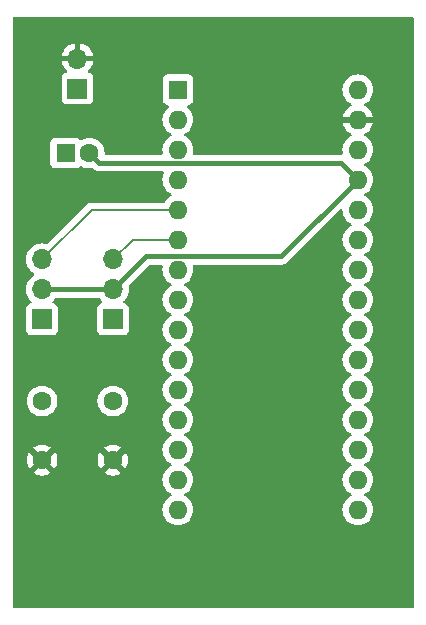
<source format=gtl>
G04 #@! TF.GenerationSoftware,KiCad,Pcbnew,8.0.4*
G04 #@! TF.CreationDate,2024-10-22T19:27:37-07:00*
G04 #@! TF.ProjectId,Valve,56616c76-652e-46b6-9963-61645f706362,rev?*
G04 #@! TF.SameCoordinates,Original*
G04 #@! TF.FileFunction,Copper,L1,Top*
G04 #@! TF.FilePolarity,Positive*
%FSLAX46Y46*%
G04 Gerber Fmt 4.6, Leading zero omitted, Abs format (unit mm)*
G04 Created by KiCad (PCBNEW 8.0.4) date 2024-10-22 19:27:37*
%MOMM*%
%LPD*%
G01*
G04 APERTURE LIST*
G04 #@! TA.AperFunction,ComponentPad*
%ADD10R,1.700000X1.700000*%
G04 #@! TD*
G04 #@! TA.AperFunction,ComponentPad*
%ADD11O,1.700000X1.700000*%
G04 #@! TD*
G04 #@! TA.AperFunction,ComponentPad*
%ADD12C,1.600000*%
G04 #@! TD*
G04 #@! TA.AperFunction,ComponentPad*
%ADD13R,1.600000X1.600000*%
G04 #@! TD*
G04 #@! TA.AperFunction,ComponentPad*
%ADD14O,1.600000X1.600000*%
G04 #@! TD*
G04 #@! TA.AperFunction,Conductor*
%ADD15C,0.400000*%
G04 #@! TD*
G04 #@! TA.AperFunction,Conductor*
%ADD16C,0.200000*%
G04 #@! TD*
G04 APERTURE END LIST*
D10*
X129000000Y-101080000D03*
D11*
X129000000Y-98540000D03*
X129000000Y-96000000D03*
D12*
X135000000Y-108000000D03*
X135000000Y-113000000D03*
D13*
X131000000Y-87000000D03*
D12*
X133000000Y-87000000D03*
X129000000Y-108000000D03*
X129000000Y-113000000D03*
D10*
X135000000Y-101080000D03*
D11*
X135000000Y-98540000D03*
X135000000Y-96000000D03*
D14*
X155740000Y-81640000D03*
X155740000Y-84180000D03*
X155740000Y-86720000D03*
X155740000Y-89260000D03*
X155740000Y-91800000D03*
X155740000Y-94340000D03*
X155740000Y-96880000D03*
X155740000Y-99420000D03*
X155740000Y-101960000D03*
X155740000Y-104500000D03*
X155740000Y-107040000D03*
X155740000Y-109580000D03*
X155740000Y-112120000D03*
X155740000Y-114660000D03*
X155740000Y-117200000D03*
X140500000Y-117200000D03*
X140500000Y-114660000D03*
X140500000Y-112120000D03*
X140500000Y-109580000D03*
X140500000Y-107040000D03*
X140500000Y-104500000D03*
X140500000Y-101960000D03*
X140500000Y-99420000D03*
X140500000Y-96880000D03*
X140500000Y-94340000D03*
X140500000Y-91800000D03*
X140500000Y-89260000D03*
X140500000Y-86720000D03*
X140500000Y-84180000D03*
D13*
X140500000Y-81640000D03*
D10*
X132000000Y-81540000D03*
D11*
X132000000Y-79000000D03*
D15*
X133000000Y-87000000D02*
X133847000Y-87847000D01*
X133847000Y-87847000D02*
X154327000Y-87847000D01*
X154327000Y-87847000D02*
X155740000Y-89260000D01*
X155740000Y-89260000D02*
X149247000Y-95753000D01*
X149247000Y-95753000D02*
X137787000Y-95753000D01*
X137787000Y-95753000D02*
X135000000Y-98540000D01*
D16*
X129000000Y-96000000D02*
X133200000Y-91800000D01*
X133200000Y-91800000D02*
X140500000Y-91800000D01*
X135000000Y-96000000D02*
X136660000Y-94340000D01*
X136660000Y-94340000D02*
X140500000Y-94340000D01*
D15*
X129000000Y-98540000D02*
X135000000Y-98540000D01*
G04 #@! TA.AperFunction,Conductor*
G36*
X160442539Y-75520185D02*
G01*
X160488294Y-75572989D01*
X160499500Y-75624500D01*
X160499500Y-125375500D01*
X160479815Y-125442539D01*
X160427011Y-125488294D01*
X160375500Y-125499500D01*
X126624500Y-125499500D01*
X126557461Y-125479815D01*
X126511706Y-125427011D01*
X126500500Y-125375500D01*
X126500500Y-112999997D01*
X127695034Y-112999997D01*
X127695034Y-113000002D01*
X127714858Y-113226599D01*
X127714860Y-113226610D01*
X127773730Y-113446317D01*
X127773735Y-113446331D01*
X127869863Y-113652478D01*
X127920974Y-113725472D01*
X128600000Y-113046446D01*
X128600000Y-113052661D01*
X128627259Y-113154394D01*
X128679920Y-113245606D01*
X128754394Y-113320080D01*
X128845606Y-113372741D01*
X128947339Y-113400000D01*
X128953553Y-113400000D01*
X128274526Y-114079025D01*
X128347513Y-114130132D01*
X128347521Y-114130136D01*
X128553668Y-114226264D01*
X128553682Y-114226269D01*
X128773389Y-114285139D01*
X128773400Y-114285141D01*
X128999998Y-114304966D01*
X129000002Y-114304966D01*
X129226599Y-114285141D01*
X129226610Y-114285139D01*
X129446317Y-114226269D01*
X129446331Y-114226264D01*
X129652478Y-114130136D01*
X129725471Y-114079024D01*
X129046447Y-113400000D01*
X129052661Y-113400000D01*
X129154394Y-113372741D01*
X129245606Y-113320080D01*
X129320080Y-113245606D01*
X129372741Y-113154394D01*
X129400000Y-113052661D01*
X129400000Y-113046447D01*
X130079024Y-113725471D01*
X130130136Y-113652478D01*
X130226264Y-113446331D01*
X130226269Y-113446317D01*
X130285139Y-113226610D01*
X130285141Y-113226599D01*
X130304966Y-113000002D01*
X130304966Y-112999997D01*
X133695034Y-112999997D01*
X133695034Y-113000002D01*
X133714858Y-113226599D01*
X133714860Y-113226610D01*
X133773730Y-113446317D01*
X133773735Y-113446331D01*
X133869863Y-113652478D01*
X133920974Y-113725472D01*
X134600000Y-113046446D01*
X134600000Y-113052661D01*
X134627259Y-113154394D01*
X134679920Y-113245606D01*
X134754394Y-113320080D01*
X134845606Y-113372741D01*
X134947339Y-113400000D01*
X134953553Y-113400000D01*
X134274526Y-114079025D01*
X134347513Y-114130132D01*
X134347521Y-114130136D01*
X134553668Y-114226264D01*
X134553682Y-114226269D01*
X134773389Y-114285139D01*
X134773400Y-114285141D01*
X134999998Y-114304966D01*
X135000002Y-114304966D01*
X135226599Y-114285141D01*
X135226610Y-114285139D01*
X135446317Y-114226269D01*
X135446331Y-114226264D01*
X135652478Y-114130136D01*
X135725471Y-114079024D01*
X135046447Y-113400000D01*
X135052661Y-113400000D01*
X135154394Y-113372741D01*
X135245606Y-113320080D01*
X135320080Y-113245606D01*
X135372741Y-113154394D01*
X135400000Y-113052661D01*
X135400000Y-113046447D01*
X136079024Y-113725471D01*
X136130136Y-113652478D01*
X136226264Y-113446331D01*
X136226269Y-113446317D01*
X136285139Y-113226610D01*
X136285141Y-113226599D01*
X136304966Y-113000002D01*
X136304966Y-112999997D01*
X136285141Y-112773400D01*
X136285139Y-112773389D01*
X136226269Y-112553682D01*
X136226264Y-112553668D01*
X136130136Y-112347521D01*
X136130132Y-112347513D01*
X136079025Y-112274526D01*
X135400000Y-112953551D01*
X135400000Y-112947339D01*
X135372741Y-112845606D01*
X135320080Y-112754394D01*
X135245606Y-112679920D01*
X135154394Y-112627259D01*
X135052661Y-112600000D01*
X135046448Y-112600000D01*
X135725472Y-111920974D01*
X135652478Y-111869863D01*
X135446331Y-111773735D01*
X135446317Y-111773730D01*
X135226610Y-111714860D01*
X135226599Y-111714858D01*
X135000002Y-111695034D01*
X134999998Y-111695034D01*
X134773400Y-111714858D01*
X134773389Y-111714860D01*
X134553682Y-111773730D01*
X134553673Y-111773734D01*
X134347516Y-111869866D01*
X134347512Y-111869868D01*
X134274526Y-111920973D01*
X134274526Y-111920974D01*
X134953553Y-112600000D01*
X134947339Y-112600000D01*
X134845606Y-112627259D01*
X134754394Y-112679920D01*
X134679920Y-112754394D01*
X134627259Y-112845606D01*
X134600000Y-112947339D01*
X134600000Y-112953552D01*
X133920974Y-112274526D01*
X133920973Y-112274526D01*
X133869868Y-112347512D01*
X133869866Y-112347516D01*
X133773734Y-112553673D01*
X133773730Y-112553682D01*
X133714860Y-112773389D01*
X133714858Y-112773400D01*
X133695034Y-112999997D01*
X130304966Y-112999997D01*
X130285141Y-112773400D01*
X130285139Y-112773389D01*
X130226269Y-112553682D01*
X130226264Y-112553668D01*
X130130136Y-112347521D01*
X130130132Y-112347513D01*
X130079025Y-112274526D01*
X129400000Y-112953551D01*
X129400000Y-112947339D01*
X129372741Y-112845606D01*
X129320080Y-112754394D01*
X129245606Y-112679920D01*
X129154394Y-112627259D01*
X129052661Y-112600000D01*
X129046448Y-112600000D01*
X129725472Y-111920974D01*
X129652478Y-111869863D01*
X129446331Y-111773735D01*
X129446317Y-111773730D01*
X129226610Y-111714860D01*
X129226599Y-111714858D01*
X129000002Y-111695034D01*
X128999998Y-111695034D01*
X128773400Y-111714858D01*
X128773389Y-111714860D01*
X128553682Y-111773730D01*
X128553673Y-111773734D01*
X128347516Y-111869866D01*
X128347512Y-111869868D01*
X128274526Y-111920973D01*
X128274526Y-111920974D01*
X128953553Y-112600000D01*
X128947339Y-112600000D01*
X128845606Y-112627259D01*
X128754394Y-112679920D01*
X128679920Y-112754394D01*
X128627259Y-112845606D01*
X128600000Y-112947339D01*
X128600000Y-112953552D01*
X127920974Y-112274526D01*
X127920973Y-112274526D01*
X127869868Y-112347512D01*
X127869866Y-112347516D01*
X127773734Y-112553673D01*
X127773730Y-112553682D01*
X127714860Y-112773389D01*
X127714858Y-112773400D01*
X127695034Y-112999997D01*
X126500500Y-112999997D01*
X126500500Y-107999998D01*
X127694532Y-107999998D01*
X127694532Y-108000001D01*
X127714364Y-108226686D01*
X127714366Y-108226697D01*
X127773258Y-108446488D01*
X127773261Y-108446497D01*
X127869431Y-108652732D01*
X127869432Y-108652734D01*
X127999954Y-108839141D01*
X128160858Y-109000045D01*
X128160861Y-109000047D01*
X128347266Y-109130568D01*
X128553504Y-109226739D01*
X128773308Y-109285635D01*
X128935230Y-109299801D01*
X128999998Y-109305468D01*
X129000000Y-109305468D01*
X129000002Y-109305468D01*
X129056673Y-109300509D01*
X129226692Y-109285635D01*
X129446496Y-109226739D01*
X129652734Y-109130568D01*
X129839139Y-109000047D01*
X130000047Y-108839139D01*
X130130568Y-108652734D01*
X130226739Y-108446496D01*
X130285635Y-108226692D01*
X130305468Y-108000000D01*
X130305468Y-107999998D01*
X133694532Y-107999998D01*
X133694532Y-108000001D01*
X133714364Y-108226686D01*
X133714366Y-108226697D01*
X133773258Y-108446488D01*
X133773261Y-108446497D01*
X133869431Y-108652732D01*
X133869432Y-108652734D01*
X133999954Y-108839141D01*
X134160858Y-109000045D01*
X134160861Y-109000047D01*
X134347266Y-109130568D01*
X134553504Y-109226739D01*
X134773308Y-109285635D01*
X134935230Y-109299801D01*
X134999998Y-109305468D01*
X135000000Y-109305468D01*
X135000002Y-109305468D01*
X135056673Y-109300509D01*
X135226692Y-109285635D01*
X135446496Y-109226739D01*
X135652734Y-109130568D01*
X135839139Y-109000047D01*
X136000047Y-108839139D01*
X136130568Y-108652734D01*
X136226739Y-108446496D01*
X136285635Y-108226692D01*
X136305468Y-108000000D01*
X136285635Y-107773308D01*
X136226739Y-107553504D01*
X136130568Y-107347266D01*
X136000047Y-107160861D01*
X136000045Y-107160858D01*
X135839141Y-106999954D01*
X135652734Y-106869432D01*
X135652732Y-106869431D01*
X135446497Y-106773261D01*
X135446488Y-106773258D01*
X135226697Y-106714366D01*
X135226693Y-106714365D01*
X135226692Y-106714365D01*
X135226691Y-106714364D01*
X135226686Y-106714364D01*
X135000002Y-106694532D01*
X134999998Y-106694532D01*
X134773313Y-106714364D01*
X134773302Y-106714366D01*
X134553511Y-106773258D01*
X134553502Y-106773261D01*
X134347267Y-106869431D01*
X134347265Y-106869432D01*
X134160858Y-106999954D01*
X133999954Y-107160858D01*
X133869432Y-107347265D01*
X133869431Y-107347267D01*
X133773261Y-107553502D01*
X133773258Y-107553511D01*
X133714366Y-107773302D01*
X133714364Y-107773313D01*
X133694532Y-107999998D01*
X130305468Y-107999998D01*
X130285635Y-107773308D01*
X130226739Y-107553504D01*
X130130568Y-107347266D01*
X130000047Y-107160861D01*
X130000045Y-107160858D01*
X129839141Y-106999954D01*
X129652734Y-106869432D01*
X129652732Y-106869431D01*
X129446497Y-106773261D01*
X129446488Y-106773258D01*
X129226697Y-106714366D01*
X129226693Y-106714365D01*
X129226692Y-106714365D01*
X129226691Y-106714364D01*
X129226686Y-106714364D01*
X129000002Y-106694532D01*
X128999998Y-106694532D01*
X128773313Y-106714364D01*
X128773302Y-106714366D01*
X128553511Y-106773258D01*
X128553502Y-106773261D01*
X128347267Y-106869431D01*
X128347265Y-106869432D01*
X128160858Y-106999954D01*
X127999954Y-107160858D01*
X127869432Y-107347265D01*
X127869431Y-107347267D01*
X127773261Y-107553502D01*
X127773258Y-107553511D01*
X127714366Y-107773302D01*
X127714364Y-107773313D01*
X127694532Y-107999998D01*
X126500500Y-107999998D01*
X126500500Y-95999999D01*
X127644341Y-95999999D01*
X127644341Y-96000000D01*
X127664936Y-96235403D01*
X127664938Y-96235413D01*
X127726094Y-96463655D01*
X127726096Y-96463659D01*
X127726097Y-96463663D01*
X127761574Y-96539743D01*
X127825965Y-96677830D01*
X127825967Y-96677834D01*
X127961501Y-96871395D01*
X127961506Y-96871402D01*
X128128597Y-97038493D01*
X128128603Y-97038498D01*
X128314158Y-97168425D01*
X128357783Y-97223002D01*
X128364977Y-97292500D01*
X128333454Y-97354855D01*
X128314158Y-97371575D01*
X128128597Y-97501505D01*
X127961505Y-97668597D01*
X127825965Y-97862169D01*
X127825964Y-97862171D01*
X127726098Y-98076335D01*
X127726094Y-98076344D01*
X127664938Y-98304586D01*
X127664936Y-98304596D01*
X127644341Y-98539999D01*
X127644341Y-98540000D01*
X127664936Y-98775403D01*
X127664938Y-98775413D01*
X127726094Y-99003655D01*
X127726096Y-99003659D01*
X127726097Y-99003663D01*
X127814527Y-99193302D01*
X127825965Y-99217830D01*
X127825967Y-99217834D01*
X127934281Y-99372521D01*
X127961501Y-99411396D01*
X127961506Y-99411402D01*
X128083430Y-99533326D01*
X128116915Y-99594649D01*
X128111931Y-99664341D01*
X128070059Y-99720274D01*
X128039083Y-99737189D01*
X127907669Y-99786203D01*
X127907664Y-99786206D01*
X127792455Y-99872452D01*
X127792452Y-99872455D01*
X127706206Y-99987664D01*
X127706202Y-99987671D01*
X127655908Y-100122517D01*
X127649501Y-100182116D01*
X127649501Y-100182123D01*
X127649500Y-100182135D01*
X127649500Y-101977870D01*
X127649501Y-101977876D01*
X127655908Y-102037483D01*
X127706202Y-102172328D01*
X127706206Y-102172335D01*
X127792452Y-102287544D01*
X127792455Y-102287547D01*
X127907664Y-102373793D01*
X127907671Y-102373797D01*
X128042517Y-102424091D01*
X128042516Y-102424091D01*
X128049444Y-102424835D01*
X128102127Y-102430500D01*
X129897872Y-102430499D01*
X129957483Y-102424091D01*
X130092331Y-102373796D01*
X130207546Y-102287546D01*
X130293796Y-102172331D01*
X130344091Y-102037483D01*
X130350500Y-101977873D01*
X130350499Y-100182128D01*
X130344091Y-100122517D01*
X130325522Y-100072732D01*
X130293797Y-99987671D01*
X130293793Y-99987664D01*
X130207547Y-99872455D01*
X130207544Y-99872452D01*
X130092335Y-99786206D01*
X130092328Y-99786202D01*
X129960917Y-99737189D01*
X129904983Y-99695318D01*
X129880566Y-99629853D01*
X129895418Y-99561580D01*
X129916563Y-99533332D01*
X130038495Y-99411401D01*
X130121136Y-99293376D01*
X130175713Y-99249752D01*
X130222711Y-99240500D01*
X133777289Y-99240500D01*
X133844328Y-99260185D01*
X133878864Y-99293377D01*
X133961503Y-99411399D01*
X133961504Y-99411400D01*
X133961505Y-99411401D01*
X134083431Y-99533327D01*
X134116915Y-99594648D01*
X134111931Y-99664340D01*
X134070060Y-99720274D01*
X134039083Y-99737189D01*
X133907669Y-99786203D01*
X133907664Y-99786206D01*
X133792455Y-99872452D01*
X133792452Y-99872455D01*
X133706206Y-99987664D01*
X133706202Y-99987671D01*
X133655908Y-100122517D01*
X133649501Y-100182116D01*
X133649501Y-100182123D01*
X133649500Y-100182135D01*
X133649500Y-101977870D01*
X133649501Y-101977876D01*
X133655908Y-102037483D01*
X133706202Y-102172328D01*
X133706206Y-102172335D01*
X133792452Y-102287544D01*
X133792455Y-102287547D01*
X133907664Y-102373793D01*
X133907671Y-102373797D01*
X134042517Y-102424091D01*
X134042516Y-102424091D01*
X134049444Y-102424835D01*
X134102127Y-102430500D01*
X135897872Y-102430499D01*
X135957483Y-102424091D01*
X136092331Y-102373796D01*
X136207546Y-102287546D01*
X136293796Y-102172331D01*
X136344091Y-102037483D01*
X136350500Y-101977873D01*
X136350499Y-100182128D01*
X136344091Y-100122517D01*
X136325522Y-100072732D01*
X136293797Y-99987671D01*
X136293793Y-99987664D01*
X136207547Y-99872455D01*
X136207544Y-99872452D01*
X136092335Y-99786206D01*
X136092328Y-99786202D01*
X135960917Y-99737189D01*
X135904983Y-99695318D01*
X135880566Y-99629853D01*
X135895418Y-99561580D01*
X135916563Y-99533332D01*
X136038495Y-99411401D01*
X136174035Y-99217830D01*
X136273903Y-99003663D01*
X136335063Y-98775408D01*
X136355659Y-98540000D01*
X136335063Y-98304592D01*
X136330558Y-98287779D01*
X136332219Y-98217932D01*
X136362649Y-98168006D01*
X138040838Y-96489819D01*
X138102161Y-96456334D01*
X138128519Y-96453500D01*
X139106303Y-96453500D01*
X139173342Y-96473185D01*
X139219097Y-96525989D01*
X139229041Y-96595147D01*
X139226078Y-96609592D01*
X139214367Y-96653299D01*
X139214364Y-96653313D01*
X139194532Y-96879998D01*
X139194532Y-96880001D01*
X139214364Y-97106686D01*
X139214366Y-97106697D01*
X139273258Y-97326488D01*
X139273261Y-97326497D01*
X139369431Y-97532732D01*
X139369432Y-97532734D01*
X139499954Y-97719141D01*
X139660858Y-97880045D01*
X139660861Y-97880047D01*
X139847266Y-98010568D01*
X139905275Y-98037618D01*
X139957714Y-98083791D01*
X139976866Y-98150984D01*
X139956650Y-98217865D01*
X139905275Y-98262382D01*
X139847267Y-98289431D01*
X139847265Y-98289432D01*
X139660858Y-98419954D01*
X139499954Y-98580858D01*
X139369432Y-98767265D01*
X139369431Y-98767267D01*
X139273261Y-98973502D01*
X139273258Y-98973511D01*
X139214366Y-99193302D01*
X139214364Y-99193313D01*
X139194532Y-99419998D01*
X139194532Y-99420001D01*
X139214364Y-99646686D01*
X139214366Y-99646697D01*
X139273258Y-99866488D01*
X139273261Y-99866497D01*
X139369431Y-100072732D01*
X139369432Y-100072734D01*
X139499954Y-100259141D01*
X139660858Y-100420045D01*
X139660861Y-100420047D01*
X139847266Y-100550568D01*
X139905275Y-100577618D01*
X139957714Y-100623791D01*
X139976866Y-100690984D01*
X139956650Y-100757865D01*
X139905275Y-100802382D01*
X139847267Y-100829431D01*
X139847265Y-100829432D01*
X139660858Y-100959954D01*
X139499954Y-101120858D01*
X139369432Y-101307265D01*
X139369431Y-101307267D01*
X139273261Y-101513502D01*
X139273258Y-101513511D01*
X139214366Y-101733302D01*
X139214364Y-101733313D01*
X139194532Y-101959998D01*
X139194532Y-101960001D01*
X139214364Y-102186686D01*
X139214366Y-102186697D01*
X139273258Y-102406488D01*
X139273261Y-102406497D01*
X139369431Y-102612732D01*
X139369432Y-102612734D01*
X139499954Y-102799141D01*
X139660858Y-102960045D01*
X139660861Y-102960047D01*
X139847266Y-103090568D01*
X139905275Y-103117618D01*
X139957714Y-103163791D01*
X139976866Y-103230984D01*
X139956650Y-103297865D01*
X139905275Y-103342382D01*
X139847267Y-103369431D01*
X139847265Y-103369432D01*
X139660858Y-103499954D01*
X139499954Y-103660858D01*
X139369432Y-103847265D01*
X139369431Y-103847267D01*
X139273261Y-104053502D01*
X139273258Y-104053511D01*
X139214366Y-104273302D01*
X139214364Y-104273313D01*
X139194532Y-104499998D01*
X139194532Y-104500001D01*
X139214364Y-104726686D01*
X139214366Y-104726697D01*
X139273258Y-104946488D01*
X139273261Y-104946497D01*
X139369431Y-105152732D01*
X139369432Y-105152734D01*
X139499954Y-105339141D01*
X139660858Y-105500045D01*
X139660861Y-105500047D01*
X139847266Y-105630568D01*
X139905275Y-105657618D01*
X139957714Y-105703791D01*
X139976866Y-105770984D01*
X139956650Y-105837865D01*
X139905275Y-105882382D01*
X139847267Y-105909431D01*
X139847265Y-105909432D01*
X139660858Y-106039954D01*
X139499954Y-106200858D01*
X139369432Y-106387265D01*
X139369431Y-106387267D01*
X139273261Y-106593502D01*
X139273258Y-106593511D01*
X139214366Y-106813302D01*
X139214364Y-106813313D01*
X139194532Y-107039998D01*
X139194532Y-107040001D01*
X139214364Y-107266686D01*
X139214366Y-107266697D01*
X139273258Y-107486488D01*
X139273261Y-107486497D01*
X139369431Y-107692732D01*
X139369432Y-107692734D01*
X139499954Y-107879141D01*
X139660858Y-108040045D01*
X139660861Y-108040047D01*
X139847266Y-108170568D01*
X139905275Y-108197618D01*
X139957714Y-108243791D01*
X139976866Y-108310984D01*
X139956650Y-108377865D01*
X139905275Y-108422382D01*
X139847267Y-108449431D01*
X139847265Y-108449432D01*
X139660858Y-108579954D01*
X139499954Y-108740858D01*
X139369432Y-108927265D01*
X139369431Y-108927267D01*
X139273261Y-109133502D01*
X139273258Y-109133511D01*
X139214366Y-109353302D01*
X139214364Y-109353313D01*
X139194532Y-109579998D01*
X139194532Y-109580001D01*
X139214364Y-109806686D01*
X139214366Y-109806697D01*
X139273258Y-110026488D01*
X139273261Y-110026497D01*
X139369431Y-110232732D01*
X139369432Y-110232734D01*
X139499954Y-110419141D01*
X139660858Y-110580045D01*
X139660861Y-110580047D01*
X139847266Y-110710568D01*
X139905275Y-110737618D01*
X139957714Y-110783791D01*
X139976866Y-110850984D01*
X139956650Y-110917865D01*
X139905275Y-110962382D01*
X139847267Y-110989431D01*
X139847265Y-110989432D01*
X139660858Y-111119954D01*
X139499954Y-111280858D01*
X139369432Y-111467265D01*
X139369431Y-111467267D01*
X139273261Y-111673502D01*
X139273258Y-111673511D01*
X139214366Y-111893302D01*
X139214364Y-111893313D01*
X139194532Y-112119998D01*
X139194532Y-112120001D01*
X139214364Y-112346686D01*
X139214366Y-112346697D01*
X139273258Y-112566488D01*
X139273261Y-112566497D01*
X139369431Y-112772732D01*
X139369432Y-112772734D01*
X139499954Y-112959141D01*
X139660858Y-113120045D01*
X139660861Y-113120047D01*
X139847266Y-113250568D01*
X139905275Y-113277618D01*
X139957714Y-113323791D01*
X139976866Y-113390984D01*
X139956650Y-113457865D01*
X139905275Y-113502382D01*
X139847267Y-113529431D01*
X139847265Y-113529432D01*
X139660858Y-113659954D01*
X139499954Y-113820858D01*
X139369432Y-114007265D01*
X139369431Y-114007267D01*
X139273261Y-114213502D01*
X139273258Y-114213511D01*
X139214366Y-114433302D01*
X139214364Y-114433313D01*
X139194532Y-114659998D01*
X139194532Y-114660001D01*
X139214364Y-114886686D01*
X139214366Y-114886697D01*
X139273258Y-115106488D01*
X139273261Y-115106497D01*
X139369431Y-115312732D01*
X139369432Y-115312734D01*
X139499954Y-115499141D01*
X139660858Y-115660045D01*
X139660861Y-115660047D01*
X139847266Y-115790568D01*
X139905275Y-115817618D01*
X139957714Y-115863791D01*
X139976866Y-115930984D01*
X139956650Y-115997865D01*
X139905275Y-116042382D01*
X139847267Y-116069431D01*
X139847265Y-116069432D01*
X139660858Y-116199954D01*
X139499954Y-116360858D01*
X139369432Y-116547265D01*
X139369431Y-116547267D01*
X139273261Y-116753502D01*
X139273258Y-116753511D01*
X139214366Y-116973302D01*
X139214364Y-116973313D01*
X139194532Y-117199998D01*
X139194532Y-117200001D01*
X139214364Y-117426686D01*
X139214366Y-117426697D01*
X139273258Y-117646488D01*
X139273261Y-117646497D01*
X139369431Y-117852732D01*
X139369432Y-117852734D01*
X139499954Y-118039141D01*
X139660858Y-118200045D01*
X139660861Y-118200047D01*
X139847266Y-118330568D01*
X140053504Y-118426739D01*
X140273308Y-118485635D01*
X140435230Y-118499801D01*
X140499998Y-118505468D01*
X140500000Y-118505468D01*
X140500002Y-118505468D01*
X140556673Y-118500509D01*
X140726692Y-118485635D01*
X140946496Y-118426739D01*
X141152734Y-118330568D01*
X141339139Y-118200047D01*
X141500047Y-118039139D01*
X141630568Y-117852734D01*
X141726739Y-117646496D01*
X141785635Y-117426692D01*
X141805468Y-117200000D01*
X141785635Y-116973308D01*
X141726739Y-116753504D01*
X141630568Y-116547266D01*
X141500047Y-116360861D01*
X141500045Y-116360858D01*
X141339141Y-116199954D01*
X141152734Y-116069432D01*
X141152728Y-116069429D01*
X141094725Y-116042382D01*
X141042285Y-115996210D01*
X141023133Y-115929017D01*
X141043348Y-115862135D01*
X141094725Y-115817618D01*
X141152734Y-115790568D01*
X141339139Y-115660047D01*
X141500047Y-115499139D01*
X141630568Y-115312734D01*
X141726739Y-115106496D01*
X141785635Y-114886692D01*
X141805468Y-114660000D01*
X141785635Y-114433308D01*
X141726739Y-114213504D01*
X141630568Y-114007266D01*
X141500047Y-113820861D01*
X141500045Y-113820858D01*
X141339141Y-113659954D01*
X141152734Y-113529432D01*
X141152728Y-113529429D01*
X141094725Y-113502382D01*
X141042285Y-113456210D01*
X141023133Y-113389017D01*
X141043348Y-113322135D01*
X141094725Y-113277618D01*
X141152734Y-113250568D01*
X141339139Y-113120047D01*
X141500047Y-112959139D01*
X141630568Y-112772734D01*
X141726739Y-112566496D01*
X141785635Y-112346692D01*
X141805468Y-112120000D01*
X141785635Y-111893308D01*
X141726739Y-111673504D01*
X141630568Y-111467266D01*
X141500047Y-111280861D01*
X141500045Y-111280858D01*
X141339141Y-111119954D01*
X141152734Y-110989432D01*
X141152728Y-110989429D01*
X141094725Y-110962382D01*
X141042285Y-110916210D01*
X141023133Y-110849017D01*
X141043348Y-110782135D01*
X141094725Y-110737618D01*
X141152734Y-110710568D01*
X141339139Y-110580047D01*
X141500047Y-110419139D01*
X141630568Y-110232734D01*
X141726739Y-110026496D01*
X141785635Y-109806692D01*
X141805468Y-109580000D01*
X141785635Y-109353308D01*
X141726739Y-109133504D01*
X141630568Y-108927266D01*
X141500047Y-108740861D01*
X141500045Y-108740858D01*
X141339141Y-108579954D01*
X141152734Y-108449432D01*
X141152728Y-108449429D01*
X141094725Y-108422382D01*
X141042285Y-108376210D01*
X141023133Y-108309017D01*
X141043348Y-108242135D01*
X141094725Y-108197618D01*
X141152734Y-108170568D01*
X141339139Y-108040047D01*
X141500047Y-107879139D01*
X141630568Y-107692734D01*
X141726739Y-107486496D01*
X141785635Y-107266692D01*
X141805468Y-107040000D01*
X141785635Y-106813308D01*
X141726739Y-106593504D01*
X141630568Y-106387266D01*
X141500047Y-106200861D01*
X141500045Y-106200858D01*
X141339141Y-106039954D01*
X141152734Y-105909432D01*
X141152728Y-105909429D01*
X141094725Y-105882382D01*
X141042285Y-105836210D01*
X141023133Y-105769017D01*
X141043348Y-105702135D01*
X141094725Y-105657618D01*
X141152734Y-105630568D01*
X141339139Y-105500047D01*
X141500047Y-105339139D01*
X141630568Y-105152734D01*
X141726739Y-104946496D01*
X141785635Y-104726692D01*
X141805468Y-104500000D01*
X141785635Y-104273308D01*
X141726739Y-104053504D01*
X141630568Y-103847266D01*
X141500047Y-103660861D01*
X141500045Y-103660858D01*
X141339141Y-103499954D01*
X141152734Y-103369432D01*
X141152728Y-103369429D01*
X141094725Y-103342382D01*
X141042285Y-103296210D01*
X141023133Y-103229017D01*
X141043348Y-103162135D01*
X141094725Y-103117618D01*
X141152734Y-103090568D01*
X141339139Y-102960047D01*
X141500047Y-102799139D01*
X141630568Y-102612734D01*
X141726739Y-102406496D01*
X141785635Y-102186692D01*
X141805468Y-101960000D01*
X141785635Y-101733308D01*
X141726739Y-101513504D01*
X141630568Y-101307266D01*
X141500047Y-101120861D01*
X141500045Y-101120858D01*
X141339141Y-100959954D01*
X141152734Y-100829432D01*
X141152728Y-100829429D01*
X141094725Y-100802382D01*
X141042285Y-100756210D01*
X141023133Y-100689017D01*
X141043348Y-100622135D01*
X141094725Y-100577618D01*
X141152734Y-100550568D01*
X141339139Y-100420047D01*
X141500047Y-100259139D01*
X141630568Y-100072734D01*
X141726739Y-99866496D01*
X141785635Y-99646692D01*
X141805468Y-99420000D01*
X141785635Y-99193308D01*
X141726739Y-98973504D01*
X141630568Y-98767266D01*
X141500047Y-98580861D01*
X141500045Y-98580858D01*
X141339141Y-98419954D01*
X141152734Y-98289432D01*
X141152728Y-98289429D01*
X141094725Y-98262382D01*
X141042285Y-98216210D01*
X141023133Y-98149017D01*
X141043348Y-98082135D01*
X141094725Y-98037618D01*
X141152734Y-98010568D01*
X141339139Y-97880047D01*
X141500047Y-97719139D01*
X141630568Y-97532734D01*
X141726739Y-97326496D01*
X141785635Y-97106692D01*
X141805468Y-96880000D01*
X141785635Y-96653308D01*
X141779739Y-96631307D01*
X141773922Y-96609592D01*
X141775585Y-96539743D01*
X141814748Y-96481880D01*
X141878977Y-96454377D01*
X141893697Y-96453500D01*
X149315996Y-96453500D01*
X149416529Y-96433502D01*
X149451328Y-96426580D01*
X149515069Y-96400177D01*
X149578807Y-96373777D01*
X149578808Y-96373776D01*
X149578811Y-96373775D01*
X149693543Y-96297114D01*
X154226881Y-91763774D01*
X154288202Y-91730291D01*
X154357894Y-91735275D01*
X154413827Y-91777147D01*
X154438088Y-91840649D01*
X154454364Y-92026687D01*
X154454366Y-92026697D01*
X154513258Y-92246488D01*
X154513261Y-92246497D01*
X154609431Y-92452732D01*
X154609432Y-92452734D01*
X154739954Y-92639141D01*
X154900858Y-92800045D01*
X154900861Y-92800047D01*
X155087266Y-92930568D01*
X155145275Y-92957618D01*
X155197714Y-93003791D01*
X155216866Y-93070984D01*
X155196650Y-93137865D01*
X155145275Y-93182382D01*
X155087267Y-93209431D01*
X155087265Y-93209432D01*
X154900858Y-93339954D01*
X154739954Y-93500858D01*
X154609432Y-93687265D01*
X154609431Y-93687267D01*
X154513261Y-93893502D01*
X154513258Y-93893511D01*
X154454366Y-94113302D01*
X154454364Y-94113313D01*
X154434532Y-94339998D01*
X154434532Y-94340001D01*
X154454364Y-94566686D01*
X154454366Y-94566697D01*
X154513258Y-94786488D01*
X154513261Y-94786497D01*
X154609431Y-94992732D01*
X154609432Y-94992734D01*
X154739954Y-95179141D01*
X154900858Y-95340045D01*
X154900861Y-95340047D01*
X155087266Y-95470568D01*
X155145275Y-95497618D01*
X155197714Y-95543791D01*
X155216866Y-95610984D01*
X155196650Y-95677865D01*
X155145275Y-95722382D01*
X155087267Y-95749431D01*
X155087265Y-95749432D01*
X154900858Y-95879954D01*
X154739954Y-96040858D01*
X154609432Y-96227265D01*
X154609431Y-96227267D01*
X154513261Y-96433502D01*
X154513258Y-96433511D01*
X154454366Y-96653302D01*
X154454364Y-96653313D01*
X154434532Y-96879998D01*
X154434532Y-96880001D01*
X154454364Y-97106686D01*
X154454366Y-97106697D01*
X154513258Y-97326488D01*
X154513261Y-97326497D01*
X154609431Y-97532732D01*
X154609432Y-97532734D01*
X154739954Y-97719141D01*
X154900858Y-97880045D01*
X154900861Y-97880047D01*
X155087266Y-98010568D01*
X155145275Y-98037618D01*
X155197714Y-98083791D01*
X155216866Y-98150984D01*
X155196650Y-98217865D01*
X155145275Y-98262382D01*
X155087267Y-98289431D01*
X155087265Y-98289432D01*
X154900858Y-98419954D01*
X154739954Y-98580858D01*
X154609432Y-98767265D01*
X154609431Y-98767267D01*
X154513261Y-98973502D01*
X154513258Y-98973511D01*
X154454366Y-99193302D01*
X154454364Y-99193313D01*
X154434532Y-99419998D01*
X154434532Y-99420001D01*
X154454364Y-99646686D01*
X154454366Y-99646697D01*
X154513258Y-99866488D01*
X154513261Y-99866497D01*
X154609431Y-100072732D01*
X154609432Y-100072734D01*
X154739954Y-100259141D01*
X154900858Y-100420045D01*
X154900861Y-100420047D01*
X155087266Y-100550568D01*
X155145275Y-100577618D01*
X155197714Y-100623791D01*
X155216866Y-100690984D01*
X155196650Y-100757865D01*
X155145275Y-100802382D01*
X155087267Y-100829431D01*
X155087265Y-100829432D01*
X154900858Y-100959954D01*
X154739954Y-101120858D01*
X154609432Y-101307265D01*
X154609431Y-101307267D01*
X154513261Y-101513502D01*
X154513258Y-101513511D01*
X154454366Y-101733302D01*
X154454364Y-101733313D01*
X154434532Y-101959998D01*
X154434532Y-101960001D01*
X154454364Y-102186686D01*
X154454366Y-102186697D01*
X154513258Y-102406488D01*
X154513261Y-102406497D01*
X154609431Y-102612732D01*
X154609432Y-102612734D01*
X154739954Y-102799141D01*
X154900858Y-102960045D01*
X154900861Y-102960047D01*
X155087266Y-103090568D01*
X155145275Y-103117618D01*
X155197714Y-103163791D01*
X155216866Y-103230984D01*
X155196650Y-103297865D01*
X155145275Y-103342382D01*
X155087267Y-103369431D01*
X155087265Y-103369432D01*
X154900858Y-103499954D01*
X154739954Y-103660858D01*
X154609432Y-103847265D01*
X154609431Y-103847267D01*
X154513261Y-104053502D01*
X154513258Y-104053511D01*
X154454366Y-104273302D01*
X154454364Y-104273313D01*
X154434532Y-104499998D01*
X154434532Y-104500001D01*
X154454364Y-104726686D01*
X154454366Y-104726697D01*
X154513258Y-104946488D01*
X154513261Y-104946497D01*
X154609431Y-105152732D01*
X154609432Y-105152734D01*
X154739954Y-105339141D01*
X154900858Y-105500045D01*
X154900861Y-105500047D01*
X155087266Y-105630568D01*
X155145275Y-105657618D01*
X155197714Y-105703791D01*
X155216866Y-105770984D01*
X155196650Y-105837865D01*
X155145275Y-105882382D01*
X155087267Y-105909431D01*
X155087265Y-105909432D01*
X154900858Y-106039954D01*
X154739954Y-106200858D01*
X154609432Y-106387265D01*
X154609431Y-106387267D01*
X154513261Y-106593502D01*
X154513258Y-106593511D01*
X154454366Y-106813302D01*
X154454364Y-106813313D01*
X154434532Y-107039998D01*
X154434532Y-107040001D01*
X154454364Y-107266686D01*
X154454366Y-107266697D01*
X154513258Y-107486488D01*
X154513261Y-107486497D01*
X154609431Y-107692732D01*
X154609432Y-107692734D01*
X154739954Y-107879141D01*
X154900858Y-108040045D01*
X154900861Y-108040047D01*
X155087266Y-108170568D01*
X155145275Y-108197618D01*
X155197714Y-108243791D01*
X155216866Y-108310984D01*
X155196650Y-108377865D01*
X155145275Y-108422382D01*
X155087267Y-108449431D01*
X155087265Y-108449432D01*
X154900858Y-108579954D01*
X154739954Y-108740858D01*
X154609432Y-108927265D01*
X154609431Y-108927267D01*
X154513261Y-109133502D01*
X154513258Y-109133511D01*
X154454366Y-109353302D01*
X154454364Y-109353313D01*
X154434532Y-109579998D01*
X154434532Y-109580001D01*
X154454364Y-109806686D01*
X154454366Y-109806697D01*
X154513258Y-110026488D01*
X154513261Y-110026497D01*
X154609431Y-110232732D01*
X154609432Y-110232734D01*
X154739954Y-110419141D01*
X154900858Y-110580045D01*
X154900861Y-110580047D01*
X155087266Y-110710568D01*
X155145275Y-110737618D01*
X155197714Y-110783791D01*
X155216866Y-110850984D01*
X155196650Y-110917865D01*
X155145275Y-110962382D01*
X155087267Y-110989431D01*
X155087265Y-110989432D01*
X154900858Y-111119954D01*
X154739954Y-111280858D01*
X154609432Y-111467265D01*
X154609431Y-111467267D01*
X154513261Y-111673502D01*
X154513258Y-111673511D01*
X154454366Y-111893302D01*
X154454364Y-111893313D01*
X154434532Y-112119998D01*
X154434532Y-112120001D01*
X154454364Y-112346686D01*
X154454366Y-112346697D01*
X154513258Y-112566488D01*
X154513261Y-112566497D01*
X154609431Y-112772732D01*
X154609432Y-112772734D01*
X154739954Y-112959141D01*
X154900858Y-113120045D01*
X154900861Y-113120047D01*
X155087266Y-113250568D01*
X155145275Y-113277618D01*
X155197714Y-113323791D01*
X155216866Y-113390984D01*
X155196650Y-113457865D01*
X155145275Y-113502382D01*
X155087267Y-113529431D01*
X155087265Y-113529432D01*
X154900858Y-113659954D01*
X154739954Y-113820858D01*
X154609432Y-114007265D01*
X154609431Y-114007267D01*
X154513261Y-114213502D01*
X154513258Y-114213511D01*
X154454366Y-114433302D01*
X154454364Y-114433313D01*
X154434532Y-114659998D01*
X154434532Y-114660001D01*
X154454364Y-114886686D01*
X154454366Y-114886697D01*
X154513258Y-115106488D01*
X154513261Y-115106497D01*
X154609431Y-115312732D01*
X154609432Y-115312734D01*
X154739954Y-115499141D01*
X154900858Y-115660045D01*
X154900861Y-115660047D01*
X155087266Y-115790568D01*
X155145275Y-115817618D01*
X155197714Y-115863791D01*
X155216866Y-115930984D01*
X155196650Y-115997865D01*
X155145275Y-116042382D01*
X155087267Y-116069431D01*
X155087265Y-116069432D01*
X154900858Y-116199954D01*
X154739954Y-116360858D01*
X154609432Y-116547265D01*
X154609431Y-116547267D01*
X154513261Y-116753502D01*
X154513258Y-116753511D01*
X154454366Y-116973302D01*
X154454364Y-116973313D01*
X154434532Y-117199998D01*
X154434532Y-117200001D01*
X154454364Y-117426686D01*
X154454366Y-117426697D01*
X154513258Y-117646488D01*
X154513261Y-117646497D01*
X154609431Y-117852732D01*
X154609432Y-117852734D01*
X154739954Y-118039141D01*
X154900858Y-118200045D01*
X154900861Y-118200047D01*
X155087266Y-118330568D01*
X155293504Y-118426739D01*
X155513308Y-118485635D01*
X155675230Y-118499801D01*
X155739998Y-118505468D01*
X155740000Y-118505468D01*
X155740002Y-118505468D01*
X155796673Y-118500509D01*
X155966692Y-118485635D01*
X156186496Y-118426739D01*
X156392734Y-118330568D01*
X156579139Y-118200047D01*
X156740047Y-118039139D01*
X156870568Y-117852734D01*
X156966739Y-117646496D01*
X157025635Y-117426692D01*
X157045468Y-117200000D01*
X157025635Y-116973308D01*
X156966739Y-116753504D01*
X156870568Y-116547266D01*
X156740047Y-116360861D01*
X156740045Y-116360858D01*
X156579141Y-116199954D01*
X156392734Y-116069432D01*
X156392728Y-116069429D01*
X156334725Y-116042382D01*
X156282285Y-115996210D01*
X156263133Y-115929017D01*
X156283348Y-115862135D01*
X156334725Y-115817618D01*
X156392734Y-115790568D01*
X156579139Y-115660047D01*
X156740047Y-115499139D01*
X156870568Y-115312734D01*
X156966739Y-115106496D01*
X157025635Y-114886692D01*
X157045468Y-114660000D01*
X157025635Y-114433308D01*
X156966739Y-114213504D01*
X156870568Y-114007266D01*
X156740047Y-113820861D01*
X156740045Y-113820858D01*
X156579141Y-113659954D01*
X156392734Y-113529432D01*
X156392728Y-113529429D01*
X156334725Y-113502382D01*
X156282285Y-113456210D01*
X156263133Y-113389017D01*
X156283348Y-113322135D01*
X156334725Y-113277618D01*
X156392734Y-113250568D01*
X156579139Y-113120047D01*
X156740047Y-112959139D01*
X156870568Y-112772734D01*
X156966739Y-112566496D01*
X157025635Y-112346692D01*
X157045468Y-112120000D01*
X157025635Y-111893308D01*
X156966739Y-111673504D01*
X156870568Y-111467266D01*
X156740047Y-111280861D01*
X156740045Y-111280858D01*
X156579141Y-111119954D01*
X156392734Y-110989432D01*
X156392728Y-110989429D01*
X156334725Y-110962382D01*
X156282285Y-110916210D01*
X156263133Y-110849017D01*
X156283348Y-110782135D01*
X156334725Y-110737618D01*
X156392734Y-110710568D01*
X156579139Y-110580047D01*
X156740047Y-110419139D01*
X156870568Y-110232734D01*
X156966739Y-110026496D01*
X157025635Y-109806692D01*
X157045468Y-109580000D01*
X157025635Y-109353308D01*
X156966739Y-109133504D01*
X156870568Y-108927266D01*
X156740047Y-108740861D01*
X156740045Y-108740858D01*
X156579141Y-108579954D01*
X156392734Y-108449432D01*
X156392728Y-108449429D01*
X156334725Y-108422382D01*
X156282285Y-108376210D01*
X156263133Y-108309017D01*
X156283348Y-108242135D01*
X156334725Y-108197618D01*
X156392734Y-108170568D01*
X156579139Y-108040047D01*
X156740047Y-107879139D01*
X156870568Y-107692734D01*
X156966739Y-107486496D01*
X157025635Y-107266692D01*
X157045468Y-107040000D01*
X157025635Y-106813308D01*
X156966739Y-106593504D01*
X156870568Y-106387266D01*
X156740047Y-106200861D01*
X156740045Y-106200858D01*
X156579141Y-106039954D01*
X156392734Y-105909432D01*
X156392728Y-105909429D01*
X156334725Y-105882382D01*
X156282285Y-105836210D01*
X156263133Y-105769017D01*
X156283348Y-105702135D01*
X156334725Y-105657618D01*
X156392734Y-105630568D01*
X156579139Y-105500047D01*
X156740047Y-105339139D01*
X156870568Y-105152734D01*
X156966739Y-104946496D01*
X157025635Y-104726692D01*
X157045468Y-104500000D01*
X157025635Y-104273308D01*
X156966739Y-104053504D01*
X156870568Y-103847266D01*
X156740047Y-103660861D01*
X156740045Y-103660858D01*
X156579141Y-103499954D01*
X156392734Y-103369432D01*
X156392728Y-103369429D01*
X156334725Y-103342382D01*
X156282285Y-103296210D01*
X156263133Y-103229017D01*
X156283348Y-103162135D01*
X156334725Y-103117618D01*
X156392734Y-103090568D01*
X156579139Y-102960047D01*
X156740047Y-102799139D01*
X156870568Y-102612734D01*
X156966739Y-102406496D01*
X157025635Y-102186692D01*
X157045468Y-101960000D01*
X157025635Y-101733308D01*
X156966739Y-101513504D01*
X156870568Y-101307266D01*
X156740047Y-101120861D01*
X156740045Y-101120858D01*
X156579141Y-100959954D01*
X156392734Y-100829432D01*
X156392728Y-100829429D01*
X156334725Y-100802382D01*
X156282285Y-100756210D01*
X156263133Y-100689017D01*
X156283348Y-100622135D01*
X156334725Y-100577618D01*
X156392734Y-100550568D01*
X156579139Y-100420047D01*
X156740047Y-100259139D01*
X156870568Y-100072734D01*
X156966739Y-99866496D01*
X157025635Y-99646692D01*
X157045468Y-99420000D01*
X157025635Y-99193308D01*
X156966739Y-98973504D01*
X156870568Y-98767266D01*
X156740047Y-98580861D01*
X156740045Y-98580858D01*
X156579141Y-98419954D01*
X156392734Y-98289432D01*
X156392728Y-98289429D01*
X156334725Y-98262382D01*
X156282285Y-98216210D01*
X156263133Y-98149017D01*
X156283348Y-98082135D01*
X156334725Y-98037618D01*
X156392734Y-98010568D01*
X156579139Y-97880047D01*
X156740047Y-97719139D01*
X156870568Y-97532734D01*
X156966739Y-97326496D01*
X157025635Y-97106692D01*
X157045468Y-96880000D01*
X157025635Y-96653308D01*
X156966739Y-96433504D01*
X156870568Y-96227266D01*
X156740047Y-96040861D01*
X156740045Y-96040858D01*
X156579141Y-95879954D01*
X156392734Y-95749432D01*
X156392728Y-95749429D01*
X156334725Y-95722382D01*
X156282285Y-95676210D01*
X156263133Y-95609017D01*
X156283348Y-95542135D01*
X156334725Y-95497618D01*
X156392734Y-95470568D01*
X156579139Y-95340047D01*
X156740047Y-95179139D01*
X156870568Y-94992734D01*
X156966739Y-94786496D01*
X157025635Y-94566692D01*
X157045468Y-94340000D01*
X157025635Y-94113308D01*
X156966739Y-93893504D01*
X156870568Y-93687266D01*
X156740047Y-93500861D01*
X156740045Y-93500858D01*
X156579141Y-93339954D01*
X156392734Y-93209432D01*
X156392728Y-93209429D01*
X156334725Y-93182382D01*
X156282285Y-93136210D01*
X156263133Y-93069017D01*
X156283348Y-93002135D01*
X156334725Y-92957618D01*
X156392734Y-92930568D01*
X156579139Y-92800047D01*
X156740047Y-92639139D01*
X156870568Y-92452734D01*
X156966739Y-92246496D01*
X157025635Y-92026692D01*
X157045468Y-91800000D01*
X157025635Y-91573308D01*
X156966739Y-91353504D01*
X156870568Y-91147266D01*
X156740047Y-90960861D01*
X156740045Y-90960858D01*
X156579141Y-90799954D01*
X156392734Y-90669432D01*
X156392728Y-90669429D01*
X156334725Y-90642382D01*
X156282285Y-90596210D01*
X156263133Y-90529017D01*
X156283348Y-90462135D01*
X156334725Y-90417618D01*
X156392734Y-90390568D01*
X156579139Y-90260047D01*
X156740047Y-90099139D01*
X156870568Y-89912734D01*
X156966739Y-89706496D01*
X157025635Y-89486692D01*
X157045468Y-89260000D01*
X157025635Y-89033308D01*
X156966739Y-88813504D01*
X156870568Y-88607266D01*
X156740047Y-88420861D01*
X156740045Y-88420858D01*
X156579141Y-88259954D01*
X156392734Y-88129432D01*
X156392728Y-88129429D01*
X156334725Y-88102382D01*
X156282285Y-88056210D01*
X156263133Y-87989017D01*
X156283348Y-87922135D01*
X156334725Y-87877618D01*
X156392734Y-87850568D01*
X156579139Y-87720047D01*
X156740047Y-87559139D01*
X156870568Y-87372734D01*
X156966739Y-87166496D01*
X157025635Y-86946692D01*
X157045468Y-86720000D01*
X157025635Y-86493308D01*
X156966739Y-86273504D01*
X156870568Y-86067266D01*
X156740047Y-85880861D01*
X156740045Y-85880858D01*
X156579141Y-85719954D01*
X156392734Y-85589432D01*
X156392732Y-85589431D01*
X156334725Y-85562382D01*
X156334132Y-85562105D01*
X156281694Y-85515934D01*
X156262542Y-85448740D01*
X156282758Y-85381859D01*
X156334134Y-85337341D01*
X156392484Y-85310132D01*
X156578820Y-85179657D01*
X156739657Y-85018820D01*
X156870134Y-84832482D01*
X156966265Y-84626326D01*
X156966269Y-84626317D01*
X157018872Y-84430000D01*
X156173012Y-84430000D01*
X156205925Y-84372993D01*
X156240000Y-84245826D01*
X156240000Y-84114174D01*
X156205925Y-83987007D01*
X156173012Y-83930000D01*
X157018872Y-83930000D01*
X157018872Y-83929999D01*
X156966269Y-83733682D01*
X156966265Y-83733673D01*
X156870134Y-83527517D01*
X156739657Y-83341179D01*
X156578820Y-83180342D01*
X156392482Y-83049865D01*
X156334133Y-83022657D01*
X156281694Y-82976484D01*
X156262542Y-82909291D01*
X156282758Y-82842410D01*
X156334129Y-82797895D01*
X156392734Y-82770568D01*
X156579139Y-82640047D01*
X156740047Y-82479139D01*
X156870568Y-82292734D01*
X156966739Y-82086496D01*
X157025635Y-81866692D01*
X157045468Y-81640000D01*
X157025635Y-81413308D01*
X156966739Y-81193504D01*
X156870568Y-80987266D01*
X156740047Y-80800861D01*
X156740045Y-80800858D01*
X156579141Y-80639954D01*
X156392734Y-80509432D01*
X156392732Y-80509431D01*
X156186497Y-80413261D01*
X156186488Y-80413258D01*
X155966697Y-80354366D01*
X155966693Y-80354365D01*
X155966692Y-80354365D01*
X155966691Y-80354364D01*
X155966686Y-80354364D01*
X155740002Y-80334532D01*
X155739998Y-80334532D01*
X155513313Y-80354364D01*
X155513302Y-80354366D01*
X155293511Y-80413258D01*
X155293502Y-80413261D01*
X155087267Y-80509431D01*
X155087265Y-80509432D01*
X154900858Y-80639954D01*
X154739954Y-80800858D01*
X154609432Y-80987265D01*
X154609431Y-80987267D01*
X154513261Y-81193502D01*
X154513258Y-81193511D01*
X154454366Y-81413302D01*
X154454364Y-81413313D01*
X154434532Y-81639998D01*
X154434532Y-81640001D01*
X154454364Y-81866686D01*
X154454366Y-81866697D01*
X154513258Y-82086488D01*
X154513261Y-82086497D01*
X154609431Y-82292732D01*
X154609432Y-82292734D01*
X154739954Y-82479141D01*
X154900858Y-82640045D01*
X154900861Y-82640047D01*
X155087266Y-82770568D01*
X155145865Y-82797893D01*
X155198305Y-82844065D01*
X155217457Y-82911258D01*
X155197242Y-82978139D01*
X155145867Y-83022657D01*
X155087515Y-83049867D01*
X154901179Y-83180342D01*
X154740342Y-83341179D01*
X154609865Y-83527517D01*
X154513734Y-83733673D01*
X154513730Y-83733682D01*
X154461127Y-83929999D01*
X154461128Y-83930000D01*
X155306988Y-83930000D01*
X155274075Y-83987007D01*
X155240000Y-84114174D01*
X155240000Y-84245826D01*
X155274075Y-84372993D01*
X155306988Y-84430000D01*
X154461128Y-84430000D01*
X154513730Y-84626317D01*
X154513734Y-84626326D01*
X154609865Y-84832482D01*
X154740342Y-85018820D01*
X154901179Y-85179657D01*
X155087518Y-85310134D01*
X155087520Y-85310135D01*
X155145865Y-85337342D01*
X155198305Y-85383514D01*
X155217457Y-85450707D01*
X155197242Y-85517589D01*
X155145867Y-85562105D01*
X155087268Y-85589431D01*
X155087264Y-85589433D01*
X154900858Y-85719954D01*
X154739954Y-85880858D01*
X154609432Y-86067265D01*
X154609431Y-86067267D01*
X154513261Y-86273502D01*
X154513258Y-86273511D01*
X154454366Y-86493302D01*
X154454364Y-86493313D01*
X154434532Y-86719998D01*
X154434532Y-86720001D01*
X154454364Y-86946686D01*
X154454367Y-86946700D01*
X154466078Y-86990408D01*
X154464415Y-87060257D01*
X154425252Y-87118120D01*
X154361023Y-87145623D01*
X154346303Y-87146500D01*
X141893697Y-87146500D01*
X141826658Y-87126815D01*
X141780903Y-87074011D01*
X141770959Y-87004853D01*
X141773922Y-86990408D01*
X141778655Y-86972740D01*
X141785635Y-86946692D01*
X141805468Y-86720000D01*
X141785635Y-86493308D01*
X141726739Y-86273504D01*
X141630568Y-86067266D01*
X141500047Y-85880861D01*
X141500045Y-85880858D01*
X141339141Y-85719954D01*
X141152734Y-85589432D01*
X141152728Y-85589429D01*
X141094725Y-85562382D01*
X141042285Y-85516210D01*
X141023133Y-85449017D01*
X141043348Y-85382135D01*
X141094725Y-85337618D01*
X141095319Y-85337341D01*
X141152734Y-85310568D01*
X141339139Y-85180047D01*
X141500047Y-85019139D01*
X141630568Y-84832734D01*
X141726739Y-84626496D01*
X141785635Y-84406692D01*
X141805468Y-84180000D01*
X141785635Y-83953308D01*
X141726739Y-83733504D01*
X141630568Y-83527266D01*
X141500047Y-83340861D01*
X141500045Y-83340858D01*
X141339143Y-83179956D01*
X141314536Y-83162726D01*
X141270912Y-83108149D01*
X141263719Y-83038650D01*
X141295241Y-82976296D01*
X141355471Y-82940882D01*
X141372404Y-82937861D01*
X141407483Y-82934091D01*
X141542331Y-82883796D01*
X141657546Y-82797546D01*
X141743796Y-82682331D01*
X141794091Y-82547483D01*
X141800500Y-82487873D01*
X141800499Y-80792128D01*
X141794091Y-80732517D01*
X141760378Y-80642129D01*
X141743797Y-80597671D01*
X141743793Y-80597664D01*
X141657547Y-80482455D01*
X141657544Y-80482452D01*
X141542335Y-80396206D01*
X141542328Y-80396202D01*
X141407482Y-80345908D01*
X141407483Y-80345908D01*
X141347883Y-80339501D01*
X141347881Y-80339500D01*
X141347873Y-80339500D01*
X141347864Y-80339500D01*
X139652129Y-80339500D01*
X139652123Y-80339501D01*
X139592516Y-80345908D01*
X139457671Y-80396202D01*
X139457664Y-80396206D01*
X139342455Y-80482452D01*
X139342452Y-80482455D01*
X139256206Y-80597664D01*
X139256202Y-80597671D01*
X139205908Y-80732517D01*
X139199501Y-80792116D01*
X139199501Y-80792123D01*
X139199500Y-80792135D01*
X139199500Y-82487870D01*
X139199501Y-82487876D01*
X139205908Y-82547483D01*
X139256202Y-82682328D01*
X139256206Y-82682335D01*
X139342452Y-82797544D01*
X139342455Y-82797547D01*
X139457664Y-82883793D01*
X139457671Y-82883797D01*
X139475643Y-82890500D01*
X139592517Y-82934091D01*
X139627596Y-82937862D01*
X139692144Y-82964599D01*
X139731993Y-83021991D01*
X139734488Y-83091816D01*
X139698836Y-83151905D01*
X139685464Y-83162725D01*
X139660858Y-83179954D01*
X139499954Y-83340858D01*
X139369432Y-83527265D01*
X139369431Y-83527267D01*
X139273261Y-83733502D01*
X139273258Y-83733511D01*
X139214366Y-83953302D01*
X139214364Y-83953313D01*
X139194532Y-84179998D01*
X139194532Y-84180001D01*
X139214364Y-84406686D01*
X139214366Y-84406697D01*
X139273258Y-84626488D01*
X139273261Y-84626497D01*
X139369431Y-84832732D01*
X139369432Y-84832734D01*
X139499954Y-85019141D01*
X139660858Y-85180045D01*
X139660861Y-85180047D01*
X139847266Y-85310568D01*
X139904681Y-85337341D01*
X139905275Y-85337618D01*
X139957714Y-85383791D01*
X139976866Y-85450984D01*
X139956650Y-85517865D01*
X139905275Y-85562382D01*
X139847267Y-85589431D01*
X139847265Y-85589432D01*
X139660858Y-85719954D01*
X139499954Y-85880858D01*
X139369432Y-86067265D01*
X139369431Y-86067267D01*
X139273261Y-86273502D01*
X139273258Y-86273511D01*
X139214366Y-86493302D01*
X139214364Y-86493313D01*
X139194532Y-86719998D01*
X139194532Y-86720001D01*
X139214364Y-86946686D01*
X139214367Y-86946700D01*
X139226078Y-86990408D01*
X139224415Y-87060257D01*
X139185252Y-87118120D01*
X139121023Y-87145623D01*
X139106303Y-87146500D01*
X134427973Y-87146500D01*
X134360934Y-87126815D01*
X134315179Y-87074011D01*
X134304445Y-87011691D01*
X134305468Y-86999999D01*
X134305468Y-86999998D01*
X134285635Y-86773313D01*
X134285635Y-86773308D01*
X134226739Y-86553504D01*
X134130568Y-86347266D01*
X134000047Y-86160861D01*
X134000045Y-86160858D01*
X133839141Y-85999954D01*
X133652734Y-85869432D01*
X133652732Y-85869431D01*
X133446497Y-85773261D01*
X133446488Y-85773258D01*
X133226697Y-85714366D01*
X133226693Y-85714365D01*
X133226692Y-85714365D01*
X133226691Y-85714364D01*
X133226686Y-85714364D01*
X133000002Y-85694532D01*
X132999998Y-85694532D01*
X132773313Y-85714364D01*
X132773302Y-85714366D01*
X132553511Y-85773258D01*
X132553502Y-85773261D01*
X132347267Y-85869431D01*
X132347262Y-85869434D01*
X132334435Y-85878415D01*
X132268227Y-85900738D01*
X132200461Y-85883722D01*
X132164052Y-85851145D01*
X132157546Y-85842454D01*
X132157545Y-85842453D01*
X132157544Y-85842452D01*
X132042335Y-85756206D01*
X132042328Y-85756202D01*
X131907482Y-85705908D01*
X131907483Y-85705908D01*
X131847883Y-85699501D01*
X131847881Y-85699500D01*
X131847873Y-85699500D01*
X131847864Y-85699500D01*
X130152129Y-85699500D01*
X130152123Y-85699501D01*
X130092516Y-85705908D01*
X129957671Y-85756202D01*
X129957664Y-85756206D01*
X129842455Y-85842452D01*
X129842452Y-85842455D01*
X129756206Y-85957664D01*
X129756202Y-85957671D01*
X129705908Y-86092517D01*
X129699501Y-86152116D01*
X129699500Y-86152127D01*
X129699500Y-86999999D01*
X129699501Y-87847862D01*
X129699501Y-87847876D01*
X129705908Y-87907483D01*
X129756202Y-88042328D01*
X129756206Y-88042335D01*
X129842452Y-88157544D01*
X129842455Y-88157547D01*
X129957664Y-88243793D01*
X129957671Y-88243797D01*
X130092517Y-88294091D01*
X130092516Y-88294091D01*
X130099444Y-88294835D01*
X130152127Y-88300500D01*
X131847872Y-88300499D01*
X131907483Y-88294091D01*
X132042331Y-88243796D01*
X132157546Y-88157546D01*
X132164051Y-88148856D01*
X132219982Y-88106984D01*
X132289673Y-88101997D01*
X132334442Y-88121589D01*
X132347264Y-88130567D01*
X132347266Y-88130568D01*
X132553504Y-88226739D01*
X132773308Y-88285635D01*
X132935230Y-88299801D01*
X132999998Y-88305468D01*
X133000000Y-88305468D01*
X133000001Y-88305468D01*
X133018304Y-88303866D01*
X133226692Y-88285635D01*
X133226697Y-88285633D01*
X133231881Y-88285180D01*
X133300381Y-88298946D01*
X133330367Y-88321024D01*
X133400457Y-88391114D01*
X133515189Y-88467775D01*
X133515192Y-88467777D01*
X133642667Y-88520578D01*
X133642672Y-88520580D01*
X133642676Y-88520580D01*
X133642677Y-88520581D01*
X133778003Y-88547500D01*
X133778006Y-88547500D01*
X133778007Y-88547500D01*
X139202660Y-88547500D01*
X139269699Y-88567185D01*
X139315454Y-88619989D01*
X139325398Y-88689147D01*
X139315042Y-88723905D01*
X139273262Y-88813502D01*
X139273258Y-88813511D01*
X139214366Y-89033302D01*
X139214364Y-89033313D01*
X139194532Y-89259998D01*
X139194532Y-89260001D01*
X139214364Y-89486686D01*
X139214366Y-89486697D01*
X139273258Y-89706488D01*
X139273261Y-89706497D01*
X139369431Y-89912732D01*
X139369432Y-89912734D01*
X139499954Y-90099141D01*
X139660858Y-90260045D01*
X139660861Y-90260047D01*
X139847266Y-90390568D01*
X139905275Y-90417618D01*
X139957714Y-90463791D01*
X139976866Y-90530984D01*
X139956650Y-90597865D01*
X139905275Y-90642382D01*
X139847267Y-90669431D01*
X139847265Y-90669432D01*
X139660858Y-90799954D01*
X139499954Y-90960858D01*
X139423450Y-91070118D01*
X139369881Y-91146624D01*
X139315307Y-91190248D01*
X139268308Y-91199500D01*
X133286669Y-91199500D01*
X133286653Y-91199499D01*
X133279057Y-91199499D01*
X133120943Y-91199499D01*
X133013587Y-91228265D01*
X132968210Y-91240424D01*
X132968209Y-91240425D01*
X132918096Y-91269359D01*
X132918095Y-91269360D01*
X132874689Y-91294420D01*
X132831285Y-91319479D01*
X132831282Y-91319481D01*
X132719478Y-91431286D01*
X129483530Y-94667233D01*
X129422207Y-94700718D01*
X129363756Y-94699327D01*
X129235413Y-94664938D01*
X129235403Y-94664936D01*
X129000001Y-94644341D01*
X128999999Y-94644341D01*
X128764596Y-94664936D01*
X128764586Y-94664938D01*
X128536344Y-94726094D01*
X128536335Y-94726098D01*
X128322171Y-94825964D01*
X128322169Y-94825965D01*
X128128597Y-94961505D01*
X127961505Y-95128597D01*
X127825965Y-95322169D01*
X127825964Y-95322171D01*
X127726098Y-95536335D01*
X127726094Y-95536344D01*
X127664938Y-95764586D01*
X127664936Y-95764596D01*
X127644341Y-95999999D01*
X126500500Y-95999999D01*
X126500500Y-80642135D01*
X130649500Y-80642135D01*
X130649500Y-82437870D01*
X130649501Y-82437876D01*
X130655908Y-82497483D01*
X130706202Y-82632328D01*
X130706206Y-82632335D01*
X130792452Y-82747544D01*
X130792455Y-82747547D01*
X130907664Y-82833793D01*
X130907671Y-82833797D01*
X131042517Y-82884091D01*
X131042516Y-82884091D01*
X131049444Y-82884835D01*
X131102127Y-82890500D01*
X132897872Y-82890499D01*
X132957483Y-82884091D01*
X133092331Y-82833796D01*
X133207546Y-82747546D01*
X133293796Y-82632331D01*
X133344091Y-82497483D01*
X133350500Y-82437873D01*
X133350499Y-80642128D01*
X133344091Y-80582517D01*
X133306770Y-80482455D01*
X133293797Y-80447671D01*
X133293793Y-80447664D01*
X133207547Y-80332455D01*
X133207544Y-80332452D01*
X133092335Y-80246206D01*
X133092328Y-80246202D01*
X132960401Y-80196997D01*
X132904467Y-80155126D01*
X132880050Y-80089662D01*
X132894902Y-80021389D01*
X132916053Y-79993133D01*
X133038108Y-79871078D01*
X133173600Y-79677578D01*
X133273429Y-79463492D01*
X133273432Y-79463486D01*
X133330636Y-79250000D01*
X132433012Y-79250000D01*
X132465925Y-79192993D01*
X132500000Y-79065826D01*
X132500000Y-78934174D01*
X132465925Y-78807007D01*
X132433012Y-78750000D01*
X133330636Y-78750000D01*
X133330635Y-78749999D01*
X133273432Y-78536513D01*
X133273429Y-78536507D01*
X133173600Y-78322422D01*
X133173599Y-78322420D01*
X133038113Y-78128926D01*
X133038108Y-78128920D01*
X132871082Y-77961894D01*
X132677578Y-77826399D01*
X132463492Y-77726570D01*
X132463486Y-77726567D01*
X132250000Y-77669364D01*
X132250000Y-78566988D01*
X132192993Y-78534075D01*
X132065826Y-78500000D01*
X131934174Y-78500000D01*
X131807007Y-78534075D01*
X131750000Y-78566988D01*
X131750000Y-77669364D01*
X131749999Y-77669364D01*
X131536513Y-77726567D01*
X131536507Y-77726570D01*
X131322422Y-77826399D01*
X131322420Y-77826400D01*
X131128926Y-77961886D01*
X131128920Y-77961891D01*
X130961891Y-78128920D01*
X130961886Y-78128926D01*
X130826400Y-78322420D01*
X130826399Y-78322422D01*
X130726570Y-78536507D01*
X130726567Y-78536513D01*
X130669364Y-78749999D01*
X130669364Y-78750000D01*
X131566988Y-78750000D01*
X131534075Y-78807007D01*
X131500000Y-78934174D01*
X131500000Y-79065826D01*
X131534075Y-79192993D01*
X131566988Y-79250000D01*
X130669364Y-79250000D01*
X130726567Y-79463486D01*
X130726570Y-79463492D01*
X130826399Y-79677578D01*
X130961894Y-79871082D01*
X131083946Y-79993134D01*
X131117431Y-80054457D01*
X131112447Y-80124149D01*
X131070575Y-80180082D01*
X131039598Y-80196997D01*
X130907671Y-80246202D01*
X130907664Y-80246206D01*
X130792455Y-80332452D01*
X130792452Y-80332455D01*
X130706206Y-80447664D01*
X130706202Y-80447671D01*
X130655908Y-80582517D01*
X130649501Y-80642116D01*
X130649501Y-80642123D01*
X130649500Y-80642135D01*
X126500500Y-80642135D01*
X126500500Y-75624500D01*
X126520185Y-75557461D01*
X126572989Y-75511706D01*
X126624500Y-75500500D01*
X160375500Y-75500500D01*
X160442539Y-75520185D01*
G37*
G04 #@! TD.AperFunction*
M02*

</source>
